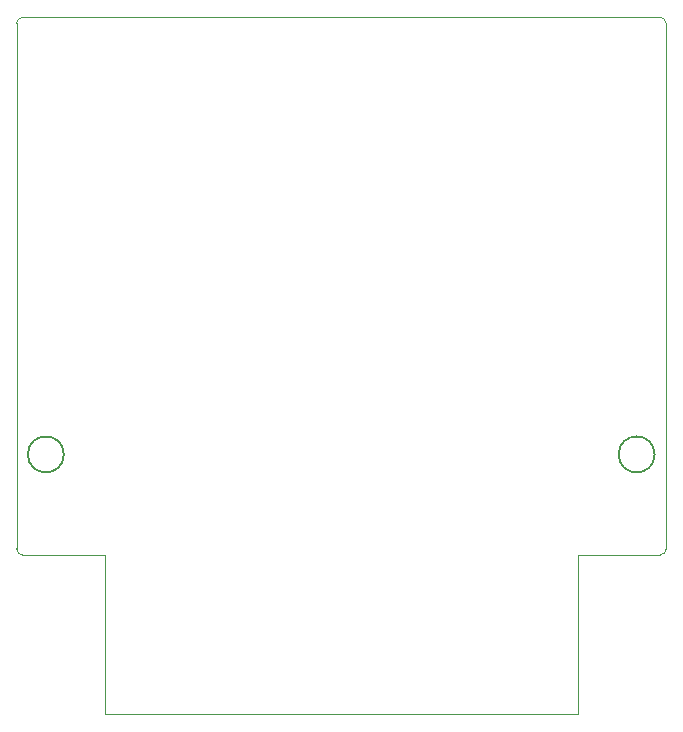
<source format=gbr>
%TF.GenerationSoftware,KiCad,Pcbnew,8.0.6*%
%TF.CreationDate,2025-01-07T17:27:52+02:00*%
%TF.ProjectId,SVI-328-MegaROM,5356492d-3332-4382-9d4d-656761524f4d,1.0*%
%TF.SameCoordinates,Original*%
%TF.FileFunction,Profile,NP*%
%FSLAX46Y46*%
G04 Gerber Fmt 4.6, Leading zero omitted, Abs format (unit mm)*
G04 Created by KiCad (PCBNEW 8.0.6) date 2025-01-07 17:27:52*
%MOMM*%
%LPD*%
G01*
G04 APERTURE LIST*
%TA.AperFunction,Profile*%
%ADD10C,0.150000*%
%TD*%
%TA.AperFunction,Profile*%
%ADD11C,0.050000*%
%TD*%
G04 APERTURE END LIST*
D10*
X110479309Y-140000000D02*
G75*
G02*
X107437927Y-140000000I-1520691J0D01*
G01*
X107437927Y-140000000D02*
G75*
G02*
X110479309Y-140000000I1520691J0D01*
G01*
D11*
X161479309Y-148000000D02*
G75*
G02*
X160979309Y-148500009I-500009J0D01*
G01*
X106979309Y-103000000D02*
X160979309Y-103000000D01*
X160979309Y-103000000D02*
G75*
G02*
X161479300Y-103500000I-9J-500000D01*
G01*
X160979309Y-148500000D02*
X154000000Y-148500000D01*
X106479309Y-148000000D02*
X106479309Y-103500000D01*
X114000000Y-162000000D02*
X114000000Y-148500000D01*
X106479309Y-103500000D02*
G75*
G02*
X106979309Y-103000009I499991J0D01*
G01*
X114000000Y-148500000D02*
X106979309Y-148500000D01*
D10*
X160500000Y-140000000D02*
G75*
G02*
X157458618Y-140000000I-1520691J0D01*
G01*
X157458618Y-140000000D02*
G75*
G02*
X160500000Y-140000000I1520691J0D01*
G01*
D11*
X106979309Y-148500000D02*
G75*
G02*
X106479300Y-148000000I-9J500000D01*
G01*
X154000000Y-162000000D02*
X154000000Y-148500000D01*
X161479309Y-103500000D02*
X161479309Y-148000000D01*
X114000000Y-162000000D02*
X154000000Y-162000000D01*
M02*

</source>
